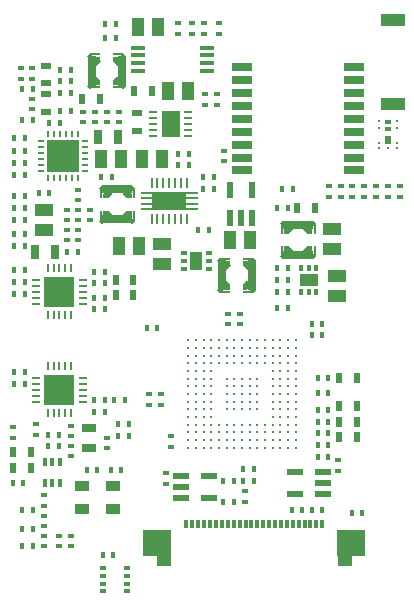
<source format=gtp>
G75*
%MOIN*%
%OFA0B0*%
%FSLAX24Y24*%
%IPPOS*%
%LPD*%
%AMOC8*
5,1,8,0,0,1.08239X$1,22.5*
%
%ADD10R,0.0098X0.0276*%
%ADD11R,0.0276X0.0098*%
%ADD12R,0.1024X0.1024*%
%ADD13R,0.0236X0.0157*%
%ADD14R,0.0157X0.0236*%
%ADD15R,0.0197X0.0354*%
%ADD16R,0.0197X0.0138*%
%ADD17R,0.0709X0.0276*%
%ADD18R,0.0709X0.0315*%
%ADD19R,0.0787X0.0394*%
%ADD20C,0.0118*%
%ADD21R,0.0300X0.1000*%
%ADD22R,0.0350X0.0100*%
%ADD23R,0.0150X0.0175*%
%ADD24R,0.0141X0.0141*%
%ADD25R,0.0212X0.0212*%
%ADD26R,0.0472X0.0138*%
%ADD27R,0.0433X0.0591*%
%ADD28R,0.1000X0.0300*%
%ADD29R,0.0100X0.0350*%
%ADD30R,0.0175X0.0150*%
%ADD31R,0.0315X0.0098*%
%ADD32R,0.0630X0.0906*%
%ADD33R,0.0102X0.0208*%
%ADD34R,0.0208X0.0102*%
%ADD35R,0.1063X0.1063*%
%ADD36R,0.0591X0.0433*%
%ADD37R,0.0354X0.0197*%
%ADD38R,0.0276X0.0512*%
%ADD39R,0.0106X0.0106*%
%ADD40R,0.0195X0.0126*%
%ADD41R,0.0195X0.0252*%
%ADD42R,0.0118X0.0315*%
%ADD43R,0.0787X0.0748*%
%ADD44R,0.0945X0.0866*%
%ADD45R,0.0512X0.0335*%
%ADD46R,0.0140X0.0240*%
%ADD47R,0.0630X0.0390*%
%ADD48R,0.0240X0.0140*%
%ADD49R,0.0390X0.0630*%
%ADD50R,0.0520X0.0220*%
%ADD51R,0.0512X0.0276*%
%ADD52R,0.0157X0.0315*%
%ADD53R,0.0110X0.0323*%
%ADD54R,0.0384X0.0098*%
%ADD55R,0.1122X0.0642*%
%ADD56R,0.0220X0.0520*%
%ADD57R,0.0472X0.0374*%
D10*
X002379Y006639D03*
X002576Y006639D03*
X002773Y006639D03*
X002970Y006639D03*
X003166Y006639D03*
X003166Y008213D03*
X002970Y008213D03*
X002773Y008213D03*
X002576Y008213D03*
X002379Y008213D03*
X002379Y009906D03*
X002576Y009906D03*
X002773Y009906D03*
X002970Y009906D03*
X003166Y009906D03*
X003166Y011481D03*
X002970Y011481D03*
X002773Y011481D03*
X002576Y011481D03*
X002379Y011481D03*
D11*
X001985Y011087D03*
X001985Y010891D03*
X001985Y010694D03*
X001985Y010497D03*
X001985Y010300D03*
X003560Y010300D03*
X003560Y010497D03*
X003560Y010694D03*
X003560Y010891D03*
X003560Y011087D03*
X003560Y007820D03*
X003560Y007623D03*
X003560Y007426D03*
X003560Y007229D03*
X003560Y007032D03*
X001985Y007032D03*
X001985Y007229D03*
X001985Y007426D03*
X001985Y007623D03*
X001985Y007820D03*
D12*
X002773Y007426D03*
X002773Y010694D03*
D13*
X003009Y012406D03*
X003009Y012761D03*
X003009Y013076D03*
X003009Y013430D03*
X003403Y013430D03*
X003403Y013745D03*
X003403Y014099D03*
X003796Y013430D03*
X003796Y013076D03*
X003403Y013076D03*
X003403Y012761D03*
X003403Y012406D03*
X003560Y016343D03*
X003560Y016698D03*
X003954Y016698D03*
X003954Y016343D03*
X004348Y016343D03*
X004348Y016698D03*
X004741Y016698D03*
X004741Y016343D03*
X006710Y019296D03*
X006710Y019650D03*
X007182Y019650D03*
X007182Y019296D03*
X007576Y019296D03*
X007576Y019650D03*
X008088Y019650D03*
X008088Y019296D03*
X008009Y017288D03*
X008009Y016934D03*
X007615Y016934D03*
X007615Y017288D03*
X008245Y015398D03*
X008245Y015044D03*
X011749Y014217D03*
X011749Y013863D03*
X012143Y013863D03*
X012143Y014217D03*
X012537Y014217D03*
X012537Y013863D03*
X012930Y013863D03*
X012930Y014217D03*
X013324Y014217D03*
X013324Y013863D03*
X013718Y013863D03*
X013718Y014217D03*
X014111Y014217D03*
X014111Y013863D03*
X008796Y009965D03*
X008796Y009611D03*
X008403Y009611D03*
X008403Y009965D03*
X006159Y007288D03*
X006159Y006934D03*
X005765Y006934D03*
X005765Y007288D03*
X006474Y005871D03*
X006474Y005517D03*
X006316Y004650D03*
X006316Y004296D03*
X004348Y005477D03*
X004348Y005831D03*
X003166Y005871D03*
X003166Y005556D03*
X003166Y005202D03*
X003166Y006225D03*
X001985Y006284D03*
X001985Y005930D03*
X001237Y005831D03*
X001237Y006186D03*
X002261Y003902D03*
X002261Y003548D03*
X002261Y003233D03*
X002261Y002879D03*
X002261Y002564D03*
X002261Y002209D03*
X002773Y002209D03*
X002773Y002564D03*
X003166Y002564D03*
X003166Y002209D03*
X008954Y003686D03*
X008954Y004040D03*
X012064Y004729D03*
X012064Y005083D03*
X001867Y016776D03*
X001867Y017131D03*
X001867Y017800D03*
X001867Y018154D03*
X001474Y018154D03*
X001474Y017800D03*
D14*
X001533Y002229D03*
X001887Y002229D03*
X001887Y002780D03*
X001533Y002780D03*
X001533Y003410D03*
X001887Y003410D03*
X001572Y004316D03*
X001218Y004316D03*
X002399Y005536D03*
X002399Y005930D03*
X002753Y005930D03*
X002753Y005536D03*
X003678Y004749D03*
X004033Y004749D03*
X004485Y004749D03*
X004840Y004749D03*
X004722Y005891D03*
X005076Y005891D03*
X005076Y006284D03*
X004722Y006284D03*
X004289Y006678D03*
X004289Y007072D03*
X004603Y007072D03*
X004958Y007072D03*
X003934Y007072D03*
X003934Y006678D03*
X005686Y009473D03*
X006040Y009473D03*
X004289Y010103D03*
X004289Y010497D03*
X004289Y010969D03*
X004289Y011363D03*
X003934Y011363D03*
X003934Y010969D03*
X003934Y010497D03*
X003934Y010103D03*
X003383Y012032D03*
X003029Y012032D03*
X002438Y014001D03*
X002084Y014001D03*
X001611Y013883D03*
X001257Y013883D03*
X001257Y013489D03*
X001611Y013489D03*
X001611Y013095D03*
X001257Y013095D03*
X001257Y012623D03*
X001611Y012623D03*
X001611Y012229D03*
X001257Y012229D03*
X001257Y011402D03*
X001611Y011402D03*
X001611Y011009D03*
X001257Y011009D03*
X001257Y010615D03*
X001611Y010615D03*
X001611Y008017D03*
X001257Y008017D03*
X001257Y007623D03*
X001611Y007623D03*
X004210Y001914D03*
X004564Y001914D03*
X008226Y003686D03*
X008580Y003686D03*
X008580Y004394D03*
X008895Y004394D03*
X008895Y004788D03*
X009249Y004788D03*
X009249Y004394D03*
X008226Y004394D03*
X010509Y003410D03*
X010863Y003410D03*
X011178Y003410D03*
X011533Y003410D03*
X012517Y003331D03*
X012871Y003331D03*
X011729Y005182D03*
X011729Y005576D03*
X011729Y005969D03*
X011729Y006363D03*
X011729Y006757D03*
X011375Y006757D03*
X011375Y006363D03*
X011375Y005969D03*
X011375Y005576D03*
X011375Y005182D03*
X011375Y007308D03*
X011375Y007820D03*
X011729Y007820D03*
X011729Y007308D03*
X011533Y009237D03*
X011178Y009237D03*
X011178Y009631D03*
X011533Y009631D03*
X010391Y010143D03*
X010037Y010143D03*
X010037Y010694D03*
X010391Y010694D03*
X010391Y011087D03*
X010391Y011481D03*
X010037Y011481D03*
X010037Y011087D03*
X010037Y013489D03*
X010391Y013489D03*
X010548Y014119D03*
X010194Y014119D03*
X007911Y014119D03*
X007556Y014119D03*
X007556Y014513D03*
X007911Y014513D03*
X007084Y014906D03*
X007084Y015300D03*
X006729Y015300D03*
X006729Y014906D03*
X007399Y012741D03*
X007753Y012741D03*
X004525Y014513D03*
X004170Y014513D03*
X002792Y016324D03*
X002792Y016717D03*
X003147Y016717D03*
X003147Y017308D03*
X002792Y017308D03*
X002792Y017702D03*
X003147Y017702D03*
X003147Y018095D03*
X002792Y018095D03*
X001887Y017465D03*
X001533Y017465D03*
X001533Y016402D03*
X001887Y016402D03*
X001611Y015812D03*
X001257Y015812D03*
X001257Y015379D03*
X001611Y015379D03*
X001611Y014985D03*
X001257Y014985D03*
X001257Y014591D03*
X001611Y014591D03*
X002438Y016324D03*
X004289Y019158D03*
X004643Y019158D03*
X004643Y019631D03*
X004289Y019631D03*
D15*
X005273Y017387D03*
X005863Y017387D03*
X004131Y017111D03*
X003540Y017111D03*
X004643Y011087D03*
X004643Y010576D03*
X005233Y010576D03*
X005233Y011087D03*
X001808Y005339D03*
X001808Y004828D03*
X001218Y004828D03*
X001218Y005339D03*
X010706Y013489D03*
X011296Y013489D03*
X012084Y007820D03*
X012674Y007820D03*
X012674Y006875D03*
X012674Y006363D03*
X012674Y005851D03*
X012084Y005851D03*
X012084Y006363D03*
X012084Y006875D03*
D16*
X005027Y001471D03*
X005027Y001215D03*
X005027Y000959D03*
X005027Y000704D03*
X004220Y000704D03*
X004220Y000959D03*
X004220Y001215D03*
X004220Y001471D03*
D17*
X008855Y014749D03*
X008855Y018174D03*
X012596Y018174D03*
X012596Y014749D03*
D18*
X012596Y015162D03*
X012596Y015595D03*
X012596Y016028D03*
X012596Y016461D03*
X012596Y016894D03*
X012596Y017328D03*
X012596Y017761D03*
X008855Y017761D03*
X008855Y017328D03*
X008855Y016894D03*
X008855Y016461D03*
X008855Y016028D03*
X008855Y015595D03*
X008855Y015162D03*
D19*
X013875Y016963D03*
X013875Y019759D03*
D20*
X010647Y009080D03*
X010647Y008824D03*
X010647Y008568D03*
X010647Y008312D03*
X010647Y008056D03*
X010647Y007800D03*
X010647Y007544D03*
X010647Y007288D03*
X010647Y007032D03*
X010647Y006776D03*
X010647Y006520D03*
X010647Y006265D03*
X010647Y006009D03*
X010647Y005753D03*
X010391Y005753D03*
X010391Y006009D03*
X010391Y006265D03*
X010391Y006520D03*
X010135Y006520D03*
X010135Y006265D03*
X010135Y006009D03*
X010135Y005753D03*
X009879Y005753D03*
X009879Y006009D03*
X009879Y006265D03*
X009879Y006520D03*
X009879Y006776D03*
X010135Y006776D03*
X010391Y006776D03*
X010391Y007032D03*
X010135Y007032D03*
X010135Y007288D03*
X010391Y007288D03*
X010391Y007544D03*
X010391Y007800D03*
X010391Y008056D03*
X010135Y008056D03*
X010135Y007800D03*
X010135Y007544D03*
X009879Y007544D03*
X009879Y007288D03*
X009879Y007032D03*
X009879Y007800D03*
X009879Y008056D03*
X009879Y008312D03*
X009879Y008568D03*
X009879Y008824D03*
X009879Y009080D03*
X009623Y009080D03*
X009623Y008824D03*
X009623Y008568D03*
X009623Y008312D03*
X009367Y008312D03*
X009111Y008312D03*
X009111Y008568D03*
X009111Y008824D03*
X009111Y009080D03*
X009367Y009080D03*
X009367Y008824D03*
X009367Y008568D03*
X008855Y008568D03*
X008855Y008824D03*
X008855Y009080D03*
X008600Y009080D03*
X008600Y008824D03*
X008600Y008568D03*
X008600Y008312D03*
X008855Y008312D03*
X008855Y007800D03*
X008855Y007544D03*
X008855Y007288D03*
X008855Y007032D03*
X008600Y007032D03*
X008600Y007288D03*
X008600Y007544D03*
X008600Y007800D03*
X008344Y007800D03*
X008344Y007544D03*
X008344Y007288D03*
X008344Y007032D03*
X008344Y006776D03*
X008600Y006776D03*
X008855Y006776D03*
X009111Y006776D03*
X009367Y006776D03*
X009367Y007032D03*
X009111Y007032D03*
X009111Y007288D03*
X009111Y007544D03*
X009111Y007800D03*
X009367Y007800D03*
X009367Y007544D03*
X009367Y007288D03*
X009367Y006265D03*
X009111Y006265D03*
X009111Y006009D03*
X009111Y005753D03*
X009367Y005753D03*
X009367Y006009D03*
X009623Y006009D03*
X009623Y006265D03*
X009623Y005753D03*
X009623Y005497D03*
X009367Y005497D03*
X009111Y005497D03*
X008855Y005497D03*
X008600Y005497D03*
X008600Y005753D03*
X008600Y006009D03*
X008600Y006265D03*
X008855Y006265D03*
X008855Y006009D03*
X008855Y005753D03*
X008344Y005753D03*
X008344Y006009D03*
X008344Y006265D03*
X008088Y006265D03*
X008088Y006009D03*
X008088Y005753D03*
X008088Y005497D03*
X008344Y005497D03*
X007832Y005497D03*
X007832Y005753D03*
X007832Y006009D03*
X007832Y006265D03*
X007832Y006520D03*
X007832Y006776D03*
X007576Y006776D03*
X007576Y006520D03*
X007576Y006265D03*
X007576Y006009D03*
X007576Y005753D03*
X007320Y005753D03*
X007320Y006009D03*
X007320Y006265D03*
X007320Y006520D03*
X007064Y006520D03*
X007064Y006265D03*
X007064Y006009D03*
X007064Y005753D03*
X007064Y005497D03*
X007320Y005497D03*
X007576Y005497D03*
X007320Y006776D03*
X007064Y006776D03*
X007064Y007032D03*
X007320Y007032D03*
X007320Y007288D03*
X007064Y007288D03*
X007064Y007544D03*
X007064Y007800D03*
X007064Y008056D03*
X007320Y008056D03*
X007320Y007800D03*
X007320Y007544D03*
X007576Y007544D03*
X007576Y007288D03*
X007576Y007032D03*
X007832Y007032D03*
X007832Y007288D03*
X007832Y007544D03*
X007832Y007800D03*
X007832Y008056D03*
X007832Y008312D03*
X007832Y008568D03*
X007832Y008824D03*
X007832Y009080D03*
X008088Y009080D03*
X008344Y009080D03*
X008344Y008824D03*
X008088Y008824D03*
X008088Y008568D03*
X008344Y008568D03*
X008344Y008312D03*
X008088Y008312D03*
X007576Y008312D03*
X007576Y008568D03*
X007576Y008824D03*
X007576Y009080D03*
X007320Y009080D03*
X007064Y009080D03*
X007064Y008824D03*
X007320Y008824D03*
X007320Y008568D03*
X007064Y008568D03*
X007064Y008312D03*
X007320Y008312D03*
X007576Y008056D03*
X007576Y007800D03*
X009879Y005497D03*
X010135Y005497D03*
X010391Y005497D03*
X010647Y005497D03*
X010391Y008312D03*
X010391Y008568D03*
X010391Y008824D03*
X010391Y009080D03*
X010135Y009080D03*
X010135Y008824D03*
X010135Y008568D03*
X010135Y008312D03*
D21*
X009178Y011245D03*
X008178Y011245D03*
X004848Y018056D03*
X003848Y018056D03*
D22*
X003973Y017506D03*
X004723Y017506D03*
X004723Y018606D03*
X003973Y018606D03*
X008303Y011795D03*
X009053Y011795D03*
X009053Y010695D03*
X008303Y010695D03*
D23*
X008403Y010832D03*
X008953Y010832D03*
X008953Y011657D03*
X008403Y011657D03*
X004623Y017643D03*
X004073Y017643D03*
X004073Y018468D03*
X004623Y018468D03*
D24*
G36*
X004800Y018556D02*
X004898Y018654D01*
X004996Y018556D01*
X004898Y018458D01*
X004800Y018556D01*
G37*
G36*
X004800Y017556D02*
X004898Y017654D01*
X004996Y017556D01*
X004898Y017458D01*
X004800Y017556D01*
G37*
G36*
X003895Y017556D02*
X003797Y017458D01*
X003699Y017556D01*
X003797Y017654D01*
X003895Y017556D01*
G37*
G36*
X003895Y018556D02*
X003797Y018458D01*
X003699Y018556D01*
X003797Y018654D01*
X003895Y018556D01*
G37*
G36*
X004202Y014059D02*
X004104Y014157D01*
X004202Y014255D01*
X004300Y014157D01*
X004202Y014059D01*
G37*
G36*
X004202Y013155D02*
X004300Y013057D01*
X004202Y012959D01*
X004104Y013057D01*
X004202Y013155D01*
G37*
G36*
X005202Y013155D02*
X005300Y013057D01*
X005202Y012959D01*
X005104Y013057D01*
X005202Y013155D01*
G37*
G36*
X005202Y014059D02*
X005104Y014157D01*
X005202Y014255D01*
X005300Y014157D01*
X005202Y014059D01*
G37*
G36*
X008226Y011745D02*
X008128Y011647D01*
X008030Y011745D01*
X008128Y011843D01*
X008226Y011745D01*
G37*
G36*
X008226Y010745D02*
X008128Y010647D01*
X008030Y010745D01*
X008128Y010843D01*
X008226Y010745D01*
G37*
G36*
X009131Y010745D02*
X009229Y010843D01*
X009327Y010745D01*
X009229Y010647D01*
X009131Y010745D01*
G37*
G36*
X009131Y011745D02*
X009229Y011843D01*
X009327Y011745D01*
X009229Y011647D01*
X009131Y011745D01*
G37*
G36*
X010225Y011974D02*
X010323Y011876D01*
X010225Y011778D01*
X010127Y011876D01*
X010225Y011974D01*
G37*
G36*
X010225Y012878D02*
X010127Y012976D01*
X010225Y013074D01*
X010323Y012976D01*
X010225Y012878D01*
G37*
G36*
X011226Y012878D02*
X011128Y012976D01*
X011226Y013074D01*
X011324Y012976D01*
X011226Y012878D01*
G37*
G36*
X011226Y011974D02*
X011324Y011876D01*
X011226Y011778D01*
X011128Y011876D01*
X011226Y011974D01*
G37*
D25*
G36*
X011050Y012225D02*
X011199Y012076D01*
X011050Y011927D01*
X010901Y012076D01*
X011050Y012225D01*
G37*
G36*
X011050Y012627D02*
X010901Y012776D01*
X011050Y012925D01*
X011199Y012776D01*
X011050Y012627D01*
G37*
G36*
X010402Y012627D02*
X010253Y012776D01*
X010402Y012925D01*
X010551Y012776D01*
X010402Y012627D01*
G37*
G36*
X010402Y012225D02*
X010551Y012076D01*
X010402Y011927D01*
X010253Y012076D01*
X010402Y012225D01*
G37*
G36*
X008879Y011569D02*
X009028Y011718D01*
X009177Y011569D01*
X009028Y011420D01*
X008879Y011569D01*
G37*
G36*
X008879Y010921D02*
X009028Y011070D01*
X009177Y010921D01*
X009028Y010772D01*
X008879Y010921D01*
G37*
G36*
X008477Y010921D02*
X008328Y010772D01*
X008179Y010921D01*
X008328Y011070D01*
X008477Y010921D01*
G37*
G36*
X008477Y011569D02*
X008328Y011420D01*
X008179Y011569D01*
X008328Y011718D01*
X008477Y011569D01*
G37*
G36*
X005026Y013406D02*
X005175Y013257D01*
X005026Y013108D01*
X004877Y013257D01*
X005026Y013406D01*
G37*
G36*
X005026Y013808D02*
X004877Y013957D01*
X005026Y014106D01*
X005175Y013957D01*
X005026Y013808D01*
G37*
G36*
X004378Y013808D02*
X004229Y013957D01*
X004378Y014106D01*
X004527Y013957D01*
X004378Y013808D01*
G37*
G36*
X004378Y013406D02*
X004527Y013257D01*
X004378Y013108D01*
X004229Y013257D01*
X004378Y013406D01*
G37*
G36*
X004549Y017732D02*
X004698Y017881D01*
X004847Y017732D01*
X004698Y017583D01*
X004549Y017732D01*
G37*
G36*
X004549Y018380D02*
X004698Y018529D01*
X004847Y018380D01*
X004698Y018231D01*
X004549Y018380D01*
G37*
G36*
X004147Y018380D02*
X003998Y018231D01*
X003849Y018380D01*
X003998Y018529D01*
X004147Y018380D01*
G37*
G36*
X004147Y017732D02*
X003998Y017583D01*
X003849Y017732D01*
X003998Y017881D01*
X004147Y017732D01*
G37*
D26*
X005401Y018066D03*
X005401Y018322D03*
X005401Y018578D03*
X005401Y018833D03*
X007704Y018833D03*
X007704Y018578D03*
X007704Y018322D03*
X007704Y018066D03*
D27*
X007044Y017387D03*
X006375Y017387D03*
X006060Y019513D03*
X005391Y019513D03*
X005509Y015103D03*
X004840Y015103D03*
X004170Y015103D03*
X006178Y015103D03*
X005430Y012209D03*
X004761Y012209D03*
X008462Y012426D03*
X009131Y012426D03*
D28*
X010726Y012926D03*
X010726Y011926D03*
X004702Y013107D03*
X004702Y014107D03*
D29*
X005252Y013982D03*
X005252Y013232D03*
X004152Y013232D03*
X004152Y013982D03*
X010176Y012801D03*
X010176Y012051D03*
X011276Y012051D03*
X011276Y012801D03*
D30*
X011138Y012701D03*
X011138Y012151D03*
X010313Y012151D03*
X010313Y012701D03*
X005114Y013332D03*
X005114Y013882D03*
X004289Y013882D03*
X004289Y013332D03*
D31*
X005883Y015891D03*
X005883Y016087D03*
X005883Y016284D03*
X005883Y016481D03*
X005883Y016678D03*
X007064Y016678D03*
X007064Y016481D03*
X007064Y016284D03*
X007064Y016087D03*
X007064Y015891D03*
D32*
X006474Y016284D03*
D33*
X003383Y015955D03*
X003186Y015955D03*
X002989Y015955D03*
X002792Y015955D03*
X002596Y015955D03*
X002399Y015955D03*
X002399Y014487D03*
X002596Y014487D03*
X002792Y014487D03*
X002989Y014487D03*
X003186Y014487D03*
X003383Y014487D03*
D34*
X003625Y014729D03*
X003625Y014926D03*
X003625Y015123D03*
X003625Y015320D03*
X003625Y015517D03*
X003625Y015713D03*
X002157Y015713D03*
X002157Y015517D03*
X002157Y015320D03*
X002157Y015123D03*
X002157Y014926D03*
X002157Y014729D03*
D35*
X002891Y015221D03*
D36*
X002261Y013430D03*
X002261Y012761D03*
X006198Y012288D03*
X006198Y011619D03*
X011867Y012131D03*
X011867Y012800D03*
X012025Y011225D03*
X012025Y010556D03*
D37*
X005371Y016068D03*
X005371Y016658D03*
X002340Y016698D03*
X002340Y017288D03*
X002340Y017643D03*
X002340Y018233D03*
D38*
X004052Y015851D03*
X004722Y015851D03*
X002635Y012032D03*
X001966Y012032D03*
D39*
X013422Y015487D03*
X013422Y015664D03*
X013718Y015487D03*
X014013Y015487D03*
X014013Y015664D03*
X014013Y016164D03*
X014013Y016373D03*
X013422Y016373D03*
X013422Y016164D03*
D40*
X013718Y016133D03*
X013718Y016337D03*
D41*
X013718Y015763D03*
D42*
X011533Y002938D03*
X011336Y002938D03*
X011139Y002938D03*
X010942Y002938D03*
X010745Y002938D03*
X010548Y002938D03*
X010351Y002938D03*
X010155Y002938D03*
X009958Y002938D03*
X009761Y002938D03*
X009564Y002938D03*
X009367Y002938D03*
X009170Y002938D03*
X008974Y002938D03*
X008777Y002938D03*
X008580Y002938D03*
X008383Y002938D03*
X008186Y002938D03*
X007989Y002938D03*
X007792Y002938D03*
X007596Y002938D03*
X007399Y002938D03*
X007202Y002938D03*
X007005Y002938D03*
D43*
X006040Y002308D03*
X012497Y002308D03*
D44*
X012497Y002308D03*
X006040Y002308D03*
D45*
X006257Y001707D03*
X012281Y001707D03*
D46*
X011340Y010677D03*
X011080Y010677D03*
X010820Y010677D03*
X010820Y011497D03*
X011080Y011497D03*
X011340Y011497D03*
D47*
X011080Y011087D03*
D48*
X007750Y011457D03*
X007750Y011717D03*
X007750Y011977D03*
X006930Y011977D03*
X006930Y011717D03*
X006930Y011457D03*
D49*
X007340Y011717D03*
D50*
X010610Y004686D03*
X010610Y003946D03*
X011550Y003946D03*
X011550Y004316D03*
X011550Y004686D03*
X007770Y004568D03*
X007770Y003828D03*
X006830Y003828D03*
X006830Y004198D03*
X006830Y004568D03*
D51*
X003757Y005477D03*
X003757Y006146D03*
D52*
X002792Y005024D03*
X002537Y005024D03*
X002281Y005024D03*
X002281Y004316D03*
X002537Y004316D03*
X002792Y004316D03*
D53*
X005844Y013131D03*
X006040Y013131D03*
X006237Y013131D03*
X006434Y013131D03*
X006631Y013131D03*
X006828Y013131D03*
X007025Y013131D03*
X007025Y014320D03*
X006828Y014320D03*
X006631Y014320D03*
X006434Y014320D03*
X006237Y014320D03*
X006040Y014320D03*
X005844Y014320D03*
D54*
X005681Y013997D03*
X005681Y013816D03*
X005681Y013635D03*
X005681Y013454D03*
X007187Y013454D03*
X007187Y013635D03*
X007187Y013816D03*
X007187Y013997D03*
D55*
X006434Y013725D03*
D56*
X008466Y014077D03*
X009206Y014077D03*
X009206Y013137D03*
X008836Y013137D03*
X008466Y013137D03*
D57*
X004544Y004227D03*
X004544Y003459D03*
X003521Y003459D03*
X003521Y004227D03*
M02*

</source>
